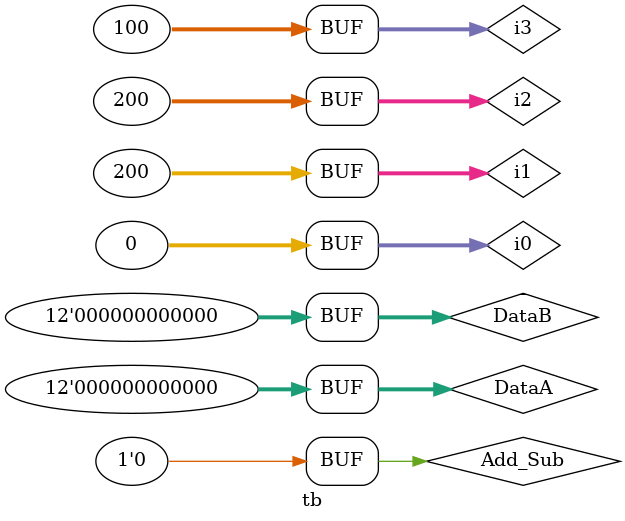
<source format=v>
`timescale 1 ns / 1 ps
module tb;
    reg [11:0] DataA = 12'b0;
    reg [11:0] DataB = 12'b0;
    reg Add_Sub = 0;
    wire [11:0] Result;

    integer i0 = 0, i1 = 0, i2 = 0, i3 = 0;

    GSR GSR_INST (.GSR(1'b1));
    PUR PUR_INST (.PUR(1'b1));

    add_sub u1 (.DataA(DataA), .DataB(DataB), .Add_Sub(Add_Sub), .Result(Result)
    );

    initial
    begin
       DataA <= 0;
      for (i1 = 0; i1 < 200; i1 = i1 + 1) begin
        #10;
         DataA <= DataA + 1'b1;
      end
    end
    initial
    begin
       DataB <= 0;
      for (i2 = 0; i2 < 200; i2 = i2 + 1) begin
        #10;
         DataB <= DataB + 1'b1;
      end
    end
    initial
    begin
       Add_Sub <= 1'b1;
      for (i3 = 0; i3 < 100; i3 = i3 + 1) begin
        #10;
      end
       Add_Sub <= 1'b0;
    end
endmodule
</source>
